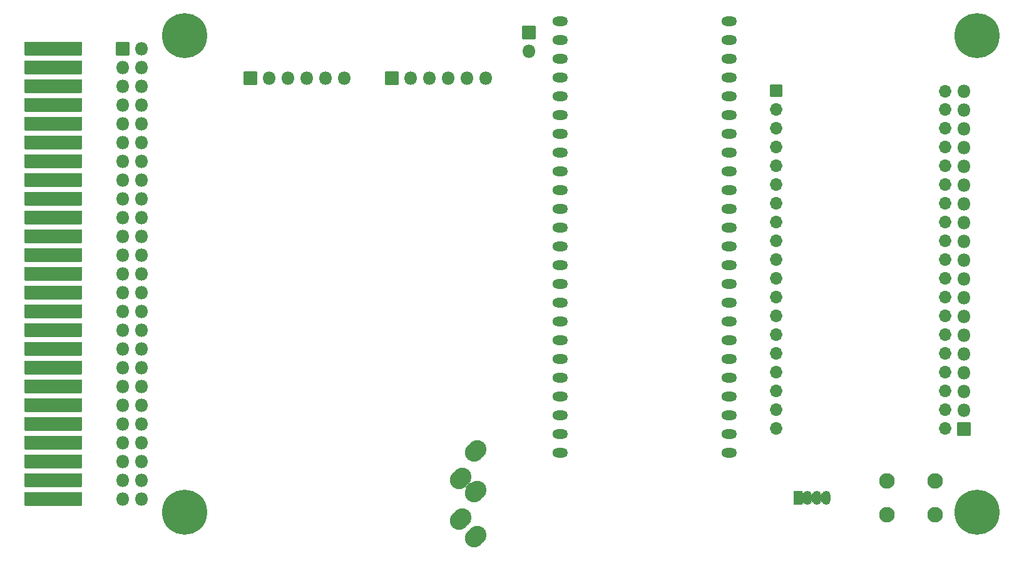
<source format=gbr>
%TF.GenerationSoftware,KiCad,Pcbnew,(6.0.7)*%
%TF.CreationDate,2022-08-23T12:46:31-07:00*%
%TF.ProjectId,TRS-IO-M3,5452532d-494f-42d4-9d33-2e6b69636164,rev?*%
%TF.SameCoordinates,Original*%
%TF.FileFunction,Soldermask,Bot*%
%TF.FilePolarity,Negative*%
%FSLAX46Y46*%
G04 Gerber Fmt 4.6, Leading zero omitted, Abs format (unit mm)*
G04 Created by KiCad (PCBNEW (6.0.7)) date 2022-08-23 12:46:31*
%MOMM*%
%LPD*%
G01*
G04 APERTURE LIST*
G04 Aperture macros list*
%AMRoundRect*
0 Rectangle with rounded corners*
0 $1 Rounding radius*
0 $2 $3 $4 $5 $6 $7 $8 $9 X,Y pos of 4 corners*
0 Add a 4 corners polygon primitive as box body*
4,1,4,$2,$3,$4,$5,$6,$7,$8,$9,$2,$3,0*
0 Add four circle primitives for the rounded corners*
1,1,$1+$1,$2,$3*
1,1,$1+$1,$4,$5*
1,1,$1+$1,$6,$7*
1,1,$1+$1,$8,$9*
0 Add four rect primitives between the rounded corners*
20,1,$1+$1,$2,$3,$4,$5,0*
20,1,$1+$1,$4,$5,$6,$7,0*
20,1,$1+$1,$6,$7,$8,$9,0*
20,1,$1+$1,$8,$9,$2,$3,0*%
%AMHorizOval*
0 Thick line with rounded ends*
0 $1 width*
0 $2 $3 position (X,Y) of the first rounded end (center of the circle)*
0 $4 $5 position (X,Y) of the second rounded end (center of the circle)*
0 Add line between two ends*
20,1,$1,$2,$3,$4,$5,0*
0 Add two circle primitives to create the rounded ends*
1,1,$1,$2,$3*
1,1,$1,$4,$5*%
G04 Aperture macros list end*
%ADD10C,6.102000*%
%ADD11C,0.902000*%
%ADD12RoundRect,0.051000X0.850000X-0.850000X0.850000X0.850000X-0.850000X0.850000X-0.850000X-0.850000X0*%
%ADD13O,1.802000X1.802000*%
%ADD14O,2.102000X1.302000*%
%ADD15HorizOval,2.502000X-0.212132X-0.212132X0.212132X0.212132X0*%
%ADD16RoundRect,0.051000X-0.850000X-0.850000X0.850000X-0.850000X0.850000X0.850000X-0.850000X0.850000X0*%
%ADD17RoundRect,0.051000X-0.800000X-0.800000X0.800000X-0.800000X0.800000X0.800000X-0.800000X0.800000X0*%
%ADD18O,1.702000X1.702000*%
%ADD19RoundRect,0.051000X3.810000X-0.889000X3.810000X0.889000X-3.810000X0.889000X-3.810000X-0.889000X0*%
%ADD20RoundRect,0.051000X-0.535000X-0.900000X0.535000X-0.900000X0.535000X0.900000X-0.535000X0.900000X0*%
%ADD21O,1.172000X1.902000*%
%ADD22C,2.102000*%
%ADD23RoundRect,0.051000X0.850000X0.850000X-0.850000X0.850000X-0.850000X-0.850000X0.850000X-0.850000X0*%
G04 APERTURE END LIST*
D10*
%TO.C,H1*%
X124714000Y-60960000D03*
D11*
X126304990Y-62550990D03*
X123123010Y-59369010D03*
X126964000Y-60960000D03*
X124714000Y-58710000D03*
X122464000Y-60960000D03*
X124714000Y-63210000D03*
X126304990Y-59369010D03*
X123123010Y-62550990D03*
%TD*%
%TO.C,H2*%
X233540990Y-62550990D03*
X234200000Y-60960000D03*
D10*
X231950000Y-60960000D03*
D11*
X229700000Y-60960000D03*
X230359010Y-62550990D03*
X230359010Y-59369010D03*
X233540990Y-59369010D03*
X231950000Y-63210000D03*
X231950000Y-58710000D03*
%TD*%
%TO.C,H3*%
X126964000Y-125476000D03*
X124714000Y-127726000D03*
X126304990Y-123885010D03*
X123123010Y-127066990D03*
D10*
X124714000Y-125476000D03*
D11*
X122464000Y-125476000D03*
X124714000Y-123226000D03*
X126304990Y-127066990D03*
X123123010Y-123885010D03*
%TD*%
%TO.C,H4*%
X233540990Y-123885010D03*
X229700000Y-125476000D03*
X233540990Y-127066990D03*
X231950000Y-127726000D03*
X230359010Y-123885010D03*
X234200000Y-125476000D03*
X231950000Y-123226000D03*
X230359010Y-127066990D03*
D10*
X231950000Y-125476000D03*
%TD*%
D12*
%TO.C,J5*%
X133600000Y-66675000D03*
D13*
X136140000Y-66675000D03*
X138680000Y-66675000D03*
X141220000Y-66675000D03*
X143760000Y-66675000D03*
X146300000Y-66675000D03*
%TD*%
D14*
%TO.C,U5*%
X175520000Y-58985000D03*
X175520000Y-61525000D03*
X175520000Y-64065000D03*
X175520000Y-66605000D03*
X175520000Y-69145000D03*
X175520000Y-71685000D03*
X175520000Y-74225000D03*
X175520000Y-76765000D03*
X175520000Y-79305000D03*
X175520000Y-81845000D03*
X175520000Y-84385000D03*
X175520000Y-86925000D03*
X175520000Y-89465000D03*
X175520000Y-92005000D03*
X175520000Y-94545000D03*
X175520000Y-97085000D03*
X175520000Y-99625000D03*
X175520000Y-102165000D03*
X175520000Y-104705000D03*
X175520000Y-107245000D03*
X175520000Y-109785000D03*
X175520000Y-112325000D03*
X175520000Y-114865000D03*
X175520000Y-117405000D03*
X198420000Y-117405000D03*
X198420000Y-114865000D03*
X198420000Y-112325000D03*
X198420000Y-109785000D03*
X198420000Y-107245000D03*
X198420000Y-104705000D03*
X198420000Y-102165000D03*
X198420000Y-99625000D03*
X198420000Y-97085000D03*
X198420000Y-94545000D03*
X198420000Y-92005000D03*
X198420000Y-89465000D03*
X198420000Y-86925000D03*
X198420000Y-84385000D03*
X198420000Y-81845000D03*
X198420000Y-79305000D03*
X198420000Y-76765000D03*
X198420000Y-74225000D03*
X198420000Y-71685000D03*
X198420000Y-69145000D03*
X198420000Y-66605000D03*
X198420000Y-64065000D03*
X198420000Y-61525000D03*
X198420000Y-58985000D03*
%TD*%
D15*
%TO.C,J7*%
X162084000Y-120878000D03*
X164084000Y-122678000D03*
X164084000Y-128778000D03*
X162084000Y-126378000D03*
X164084000Y-117178000D03*
%TD*%
D16*
%TO.C,J4*%
X171300000Y-60475000D03*
D13*
X171300000Y-63015000D03*
%TD*%
D17*
%TO.C,U6*%
X204750000Y-68400000D03*
D18*
X204750000Y-70940000D03*
X204750000Y-73480000D03*
X204750000Y-76020000D03*
X204750000Y-78560000D03*
X204750000Y-81100000D03*
X204750000Y-83640000D03*
X204750000Y-86180000D03*
X204750000Y-88720000D03*
X204750000Y-91260000D03*
X204750000Y-93800000D03*
X204750000Y-96340000D03*
X204750000Y-98880000D03*
X204750000Y-101420000D03*
X204750000Y-103960000D03*
X204750000Y-106500000D03*
X204750000Y-109040000D03*
X204750000Y-111580000D03*
X204750000Y-114120000D03*
X227610000Y-114120000D03*
X227610000Y-111580000D03*
X227610000Y-109040000D03*
X227610000Y-106500000D03*
X227610000Y-103960000D03*
X227610000Y-101420000D03*
X227610000Y-98880000D03*
X227610000Y-96340000D03*
X227610000Y-93800000D03*
X227610000Y-91260000D03*
X227610000Y-88720000D03*
X227610000Y-86180000D03*
X227610000Y-83640000D03*
X227610000Y-81100000D03*
X227610000Y-78560000D03*
X227610000Y-76020000D03*
X227610000Y-73480000D03*
X227610000Y-70940000D03*
X227610000Y-68463500D03*
%TD*%
D19*
%TO.C,J1*%
X106934000Y-123698000D03*
X106934000Y-121158000D03*
X106934000Y-118618000D03*
X106934000Y-116078000D03*
X106934000Y-113538000D03*
X106934000Y-110998000D03*
X106934000Y-108458000D03*
X106934000Y-105918000D03*
X106934000Y-103378000D03*
X106934000Y-100838000D03*
X106934000Y-98298000D03*
X106934000Y-95758000D03*
X106934000Y-93218000D03*
X106934000Y-90678000D03*
X106934000Y-88138000D03*
X106934000Y-85598000D03*
X106934000Y-83058000D03*
X106934000Y-80518000D03*
X106934000Y-77978000D03*
X106934000Y-75438000D03*
X106934000Y-72898000D03*
X106934000Y-70358000D03*
X106934000Y-67818000D03*
X106934000Y-65278000D03*
X106934000Y-62738000D03*
%TD*%
D12*
%TO.C,J6*%
X152800000Y-66675000D03*
D13*
X155340000Y-66675000D03*
X157880000Y-66675000D03*
X160420000Y-66675000D03*
X162960000Y-66675000D03*
X165500000Y-66675000D03*
%TD*%
D20*
%TO.C,D1*%
X207750000Y-123500000D03*
D21*
X209020000Y-123500000D03*
X210290000Y-123500000D03*
X211560000Y-123500000D03*
%TD*%
D13*
%TO.C,J2*%
X118867000Y-123703000D03*
X116327000Y-123703000D03*
X118867000Y-121163000D03*
X116327000Y-121163000D03*
X118867000Y-118623000D03*
X116327000Y-118623000D03*
X118867000Y-116083000D03*
X116327000Y-116083000D03*
X118867000Y-113543000D03*
X116327000Y-113543000D03*
X118867000Y-111003000D03*
X116327000Y-111003000D03*
X118867000Y-108463000D03*
X116327000Y-108463000D03*
X118867000Y-105923000D03*
X116327000Y-105923000D03*
X118867000Y-103383000D03*
X116327000Y-103383000D03*
X118867000Y-100843000D03*
X116327000Y-100843000D03*
X118867000Y-98303000D03*
X116327000Y-98303000D03*
X118867000Y-95763000D03*
X116327000Y-95763000D03*
X118867000Y-93223000D03*
X116327000Y-93223000D03*
X118867000Y-90683000D03*
X116327000Y-90683000D03*
X118867000Y-88143000D03*
X116327000Y-88143000D03*
X118867000Y-85603000D03*
X116327000Y-85603000D03*
X118867000Y-83063000D03*
X116327000Y-83063000D03*
X118867000Y-80523000D03*
X116327000Y-80523000D03*
X118867000Y-77983000D03*
X116327000Y-77983000D03*
X118867000Y-75443000D03*
X116327000Y-75443000D03*
X118867000Y-72903000D03*
X116327000Y-72903000D03*
X118867000Y-70363000D03*
X116327000Y-70363000D03*
X118867000Y-67823000D03*
X116327000Y-67823000D03*
X118867000Y-65283000D03*
X116327000Y-65283000D03*
X118867000Y-62743000D03*
D16*
X116327000Y-62743000D03*
%TD*%
D22*
%TO.C,SW1*%
X226250000Y-125750000D03*
X219750000Y-125750000D03*
X226250000Y-121250000D03*
X219750000Y-121250000D03*
%TD*%
D23*
%TO.C,J3*%
X230150000Y-114150000D03*
D13*
X230150000Y-111610000D03*
X230150000Y-109070000D03*
X230150000Y-106530000D03*
X230150000Y-103990000D03*
X230150000Y-101450000D03*
X230150000Y-98910000D03*
X230150000Y-96370000D03*
X230150000Y-93830000D03*
X230150000Y-91290000D03*
X230150000Y-88750000D03*
X230150000Y-86210000D03*
X230150000Y-83670000D03*
X230150000Y-81130000D03*
X230150000Y-78590000D03*
X230150000Y-76050000D03*
X230150000Y-73510000D03*
X230150000Y-70970000D03*
X230150000Y-68430000D03*
%TD*%
G36*
X208337919Y-122702267D02*
G01*
X208357595Y-122769279D01*
X208409938Y-122814634D01*
X208478491Y-122824491D01*
X208541647Y-122795648D01*
X208561702Y-122773450D01*
X208583559Y-122742350D01*
X208583880Y-122741993D01*
X208592637Y-122734354D01*
X208594600Y-122733969D01*
X208595915Y-122735476D01*
X208595539Y-122737079D01*
X208514255Y-122843010D01*
X208455916Y-122983854D01*
X208436000Y-123135132D01*
X208436000Y-123864868D01*
X208455916Y-124016146D01*
X208514255Y-124156990D01*
X208593646Y-124260455D01*
X208593907Y-124262438D01*
X208592320Y-124263656D01*
X208590728Y-124263166D01*
X208579790Y-124253420D01*
X208579473Y-124253060D01*
X208562528Y-124228406D01*
X208508578Y-124184506D01*
X208439750Y-124176775D01*
X208377671Y-124207481D01*
X208341962Y-124267018D01*
X208337984Y-124298092D01*
X208336772Y-124299683D01*
X208334788Y-124299429D01*
X208334000Y-124297838D01*
X208334000Y-122702830D01*
X208335000Y-122701098D01*
X208337000Y-122701098D01*
X208337919Y-122702267D01*
G37*
G36*
X209779359Y-122853141D02*
G01*
X209779393Y-122854748D01*
X209725916Y-122983854D01*
X209706000Y-123135132D01*
X209706000Y-123864868D01*
X209725916Y-124016146D01*
X209778204Y-124142380D01*
X209777943Y-124144363D01*
X209776095Y-124145128D01*
X209774708Y-124144278D01*
X209761993Y-124125778D01*
X209761466Y-124125820D01*
X209760730Y-124125220D01*
X209727864Y-124081704D01*
X209662869Y-124057778D01*
X209595259Y-124072789D01*
X209546329Y-124122137D01*
X209540003Y-124135800D01*
X209537504Y-124142209D01*
X209537277Y-124142633D01*
X209534091Y-124147167D01*
X209532277Y-124148009D01*
X209530641Y-124146859D01*
X209530607Y-124145252D01*
X209584084Y-124016146D01*
X209604000Y-123864868D01*
X209604000Y-123135132D01*
X209584084Y-122983854D01*
X209531796Y-122857620D01*
X209532057Y-122855637D01*
X209533905Y-122854872D01*
X209535292Y-122855722D01*
X209548007Y-122874222D01*
X209548534Y-122874180D01*
X209549270Y-122874780D01*
X209582136Y-122918296D01*
X209647131Y-122942222D01*
X209714741Y-122927211D01*
X209763671Y-122877863D01*
X209769997Y-122864200D01*
X209772496Y-122857791D01*
X209772723Y-122857367D01*
X209775909Y-122852833D01*
X209777723Y-122851991D01*
X209779359Y-122853141D01*
G37*
G36*
X211049359Y-122853141D02*
G01*
X211049393Y-122854748D01*
X210995916Y-122983854D01*
X210976000Y-123135132D01*
X210976000Y-123864868D01*
X210995916Y-124016146D01*
X211048204Y-124142380D01*
X211047943Y-124144363D01*
X211046095Y-124145128D01*
X211044708Y-124144278D01*
X211031993Y-124125778D01*
X211031466Y-124125820D01*
X211030730Y-124125220D01*
X210997864Y-124081704D01*
X210932869Y-124057778D01*
X210865259Y-124072789D01*
X210816329Y-124122137D01*
X210810003Y-124135800D01*
X210807504Y-124142209D01*
X210807277Y-124142633D01*
X210804091Y-124147167D01*
X210802277Y-124148009D01*
X210800641Y-124146859D01*
X210800607Y-124145252D01*
X210854084Y-124016146D01*
X210874000Y-123864868D01*
X210874000Y-123135132D01*
X210854084Y-122983854D01*
X210801796Y-122857620D01*
X210802057Y-122855637D01*
X210803905Y-122854872D01*
X210805292Y-122855722D01*
X210818007Y-122874222D01*
X210818534Y-122874180D01*
X210819270Y-122874780D01*
X210852136Y-122918296D01*
X210917131Y-122942222D01*
X210984741Y-122927211D01*
X211033671Y-122877863D01*
X211039997Y-122864200D01*
X211042496Y-122857791D01*
X211042723Y-122857367D01*
X211045909Y-122852833D01*
X211047723Y-122851991D01*
X211049359Y-122853141D01*
G37*
G36*
X163367960Y-121303711D02*
G01*
X163368173Y-121305207D01*
X163351340Y-121372290D01*
X163373477Y-121437914D01*
X163427580Y-121481153D01*
X163496549Y-121488286D01*
X163536581Y-121471618D01*
X163538565Y-121471875D01*
X163539333Y-121473721D01*
X163538448Y-121475136D01*
X163520292Y-121487062D01*
X163412917Y-121582729D01*
X162988755Y-122006891D01*
X162846259Y-122177315D01*
X162803503Y-122252274D01*
X162801776Y-122253283D01*
X162800039Y-122252292D01*
X162799826Y-122250796D01*
X162816659Y-122183711D01*
X162794523Y-122118087D01*
X162740420Y-122074848D01*
X162671451Y-122067715D01*
X162631416Y-122084384D01*
X162629432Y-122084127D01*
X162628664Y-122082281D01*
X162629549Y-122080866D01*
X162647708Y-122068938D01*
X162755083Y-121973271D01*
X163179245Y-121549109D01*
X163321741Y-121378685D01*
X163364496Y-121303729D01*
X163366223Y-121302720D01*
X163367960Y-121303711D01*
G37*
M02*

</source>
